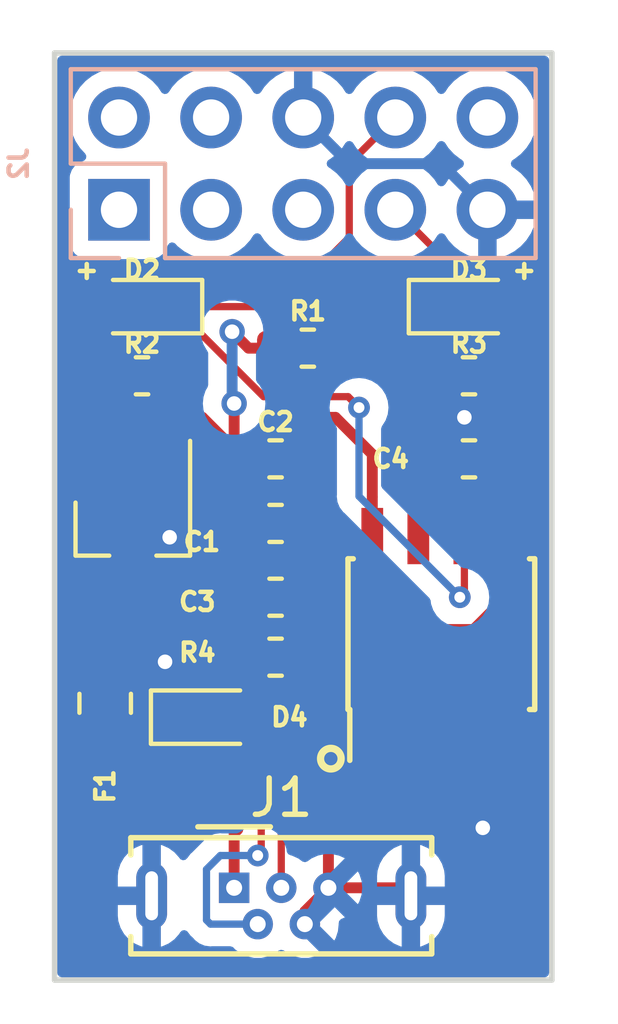
<source format=kicad_pcb>
(kicad_pcb (version 20221018) (generator pcbnew)
  (layers (0 "F.Cu" signal) (31 "B.Cu" signal) (34 "B.Paste" user) (35 "F.Paste" user) (36 "B.SilkS" user "B.Silkscreen") (37 "F.SilkS" user "F.Silkscreen") (38 "B.Mask" user) (39 "F.Mask" user) (44 "Edge.Cuts" user))
  (net 0 "")
  (net 1 "VBUS")
  (net 2 "Net-(F1-Pad2)")
  (net 3 "+3V3")
  (net 4 "Net-(D3-Pad1)")
  (net 5 "Net-(D2-Pad2)")
  (net 6 "Net-(D3-Pad2)")
  (net 7 "Net-(D4-Pad2)")
  (net 8 "GND")
  (net 9 "/D+")
  (net 10 "/D-")
  (net 11 "Net-(U1-Pad4)")
  (net 12 "Net-(D2-Pad1)")
  (net 13 "Net-(J2-Pad1)")
  (net 14 "Net-(J2-Pad2)")
  (net 15 "Net-(J2-Pad3)")
  (net 16 "Net-(J2-Pad4)")
  (net 17 "Net-(J2-Pad5)")
  (net 18 "Net-(J2-Pad10)")
  (footprint "Capacitor_SMD:C_0603_1608Metric_Pad1.05x0.95mm_HandSolder" (layer "F.Cu") (at 126.619 54.356 180)
    (fp_text reference "C3" (at 2.159 -0.127 180) (layer "F.SilkS") (effects (font (size 0.5 0.5) (thickness 0.125))))
    (fp_text value "0.1uF")
    (fp_line (start -0.171267 -0.51) (end 0.171267 -0.51) (stroke (width 0.12)) (layer "F.SilkS"))
    (fp_line (start -0.171267 0.51) (end 0.171267 0.51) (stroke (width 0.12)) (layer "F.SilkS"))
    (pad "1" smd roundrect (at -0.875 0 180) (size 1.05 0.95) (layers "F.Cu" "F.Paste" "F.Mask") (net 3 "+3V3"))
    (pad "2" smd roundrect (at 0.875 0 180) (size 1.05 0.95) (layers "F.Cu" "F.Paste" "F.Mask") (net 8 "GND"))
  )
  (footprint "Connector_USB:USB_Micro-B_Wuerth_614105150721_Vertical" (layer "F.Cu") (at 125.476 62.357)
    (fp_text reference "J1" (at 1.3 -2.48) (layer "F.SilkS"))
    (fp_text value "USB_B_Micro")
    (fp_line (start -2.85 -1.38) (end 5.45 -1.38) (stroke (width 0.15)) (layer "F.SilkS"))
    (fp_line (start -2.85 -0.905) (end -2.85 -1.38) (stroke (width 0.15)) (layer "F.SilkS"))
    (fp_line (start -2.85 1.345) (end -2.85 1.82) (stroke (width 0.15)) (layer "F.SilkS"))
    (fp_line (start -2.85 1.82) (end 5.45 1.82) (stroke (width 0.15)) (layer "F.SilkS"))
    (fp_line (start -1 -1.68) (end 1 -1.68) (stroke (width 0.15)) (layer "F.SilkS"))
    (fp_line (start 5.45 -1.38) (end 5.45 -0.905) (stroke (width 0.15)) (layer "F.SilkS"))
    (fp_line (start 5.45 1.82) (end 5.45 1.345) (stroke (width 0.15)) (layer "F.SilkS"))
    (pad "1" thru_hole rect (at 0 0) (size 0.84 0.84) (drill 0.44) (layers "*.Cu" "*.Mask") (net 2 "Net-(F1-Pad2)"))
    (pad "2" thru_hole circle (at 0.65 1) (size 0.84 0.84) (drill 0.44) (layers "*.Cu" "*.Mask") (net 10 "/D-"))
    (pad "3" thru_hole circle (at 1.3 0) (size 0.84 0.84) (drill 0.44) (layers "*.Cu" "*.Mask") (net 9 "/D+"))
    (pad "4" thru_hole circle (at 1.95 1) (size 0.84 0.84) (drill 0.44) (layers "*.Cu" "*.Mask") (net 8 "GND"))
    (pad "5" thru_hole circle (at 2.6 0) (size 0.84 0.84) (drill 0.44) (layers "*.Cu" "*.Mask") (net 8 "GND"))
    (pad "6" thru_hole oval (at -2.275 0.22) (size 0.85 1.85) (drill oval 0.35 1.35) (layers "*.Cu" "*.Mask") (net 8 "GND"))
    (pad "6" thru_hole oval (at 4.875 0.22) (size 0.85 1.85) (drill oval 0.35 1.35) (layers "*.Cu" "*.Mask") (net 8 "GND"))
  )
  (footprint "Resistor_SMD:R_0805_2012Metric_Pad1.15x1.40mm_HandSolder" (layer "F.Cu") (at 121.92 57.277 -90)
    (fp_text reference "F1" (at 2.286 0 270) (layer "F.SilkS") (effects (font (size 0.5 0.5) (thickness 0.125))))
    (fp_text value "1R, 5W")
    (fp_line (start -0.261252 -0.71) (end 0.261252 -0.71) (stroke (width 0.12)) (layer "F.SilkS"))
    (fp_line (start -0.261252 0.71) (end 0.261252 0.71) (stroke (width 0.12)) (layer "F.SilkS"))
    (pad "1" smd roundrect (at -1.025 0 270) (size 1.15 1.4) (layers "F.Cu" "F.Paste" "F.Mask") (roundrect_rratio 0.217391) (net 1 "VBUS"))
    (pad "2" smd roundrect (at 1.025 0 270) (size 1.15 1.4) (layers "F.Cu" "F.Paste" "F.Mask") (roundrect_rratio 0.217391) (net 2 "Net-(F1-Pad2)"))
  )
  (footprint "Resistor_SMD:R_0603_1608Metric_Pad1.05x0.95mm_HandSolder" (layer "F.Cu") (at 127.508 47.498)
    (fp_text reference "R1" (at 0 -1.016) (layer "F.SilkS") (effects (font (size 0.5 0.5) (thickness 0.125))))
    (fp_text value "10kR")
    (fp_line (start -0.171267 -0.51) (end 0.171267 -0.51) (stroke (width 0.12)) (layer "F.SilkS"))
    (fp_line (start -0.171267 0.51) (end 0.171267 0.51) (stroke (width 0.12)) (layer "F.SilkS"))
    (pad "1" smd roundrect (at -0.875 0) (size 1.05 0.95) (layers "F.Cu" "F.Paste" "F.Mask") (net 3 "+3V3"))
    (pad "2" smd roundrect (at 0.875 0) (size 1.05 0.95) (layers "F.Cu" "F.Paste" "F.Mask") (net 4 "Net-(D3-Pad1)"))
  )
  (footprint "Resistor_SMD:R_0603_1608Metric_Pad1.05x0.95mm_HandSolder" (layer "F.Cu") (at 122.936 48.26)
    (fp_text reference "R2" (at 0 -0.889) (layer "F.SilkS") (effects (font (size 0.5 0.5) (thickness 0.125))))
    (fp_text value "1.5kR")
    (fp_line (start -0.171267 -0.51) (end 0.171267 -0.51) (stroke (width 0.12)) (layer "F.SilkS"))
    (fp_line (start -0.171267 0.51) (end 0.171267 0.51) (stroke (width 0.12)) (layer "F.SilkS"))
    (pad "1" smd roundrect (at -0.875 0) (size 1.05 0.95) (layers "F.Cu" "F.Paste" "F.Mask") (net 3 "+3V3"))
    (pad "2" smd roundrect (at 0.875 0) (size 1.05 0.95) (layers "F.Cu" "F.Paste" "F.Mask") (net 5 "Net-(D2-Pad2)"))
  )
  (footprint "Resistor_SMD:R_0603_1608Metric_Pad1.05x0.95mm_HandSolder" (layer "F.Cu") (at 131.953 48.26 180)
    (fp_text reference "R3" (at 0 0.889 180) (layer "F.SilkS") (effects (font (size 0.5 0.5) (thickness 0.125))))
    (fp_text value "1.5kR")
    (fp_line (start -0.171267 -0.51) (end 0.171267 -0.51) (stroke (width 0.12)) (layer "F.SilkS"))
    (fp_line (start -0.171267 0.51) (end 0.171267 0.51) (stroke (width 0.12)) (layer "F.SilkS"))
    (pad "1" smd roundrect (at -0.875 0 180) (size 1.05 0.95) (layers "F.Cu" "F.Paste" "F.Mask") (net 3 "+3V3"))
    (pad "2" smd roundrect (at 0.875 0 180) (size 1.05 0.95) (layers "F.Cu" "F.Paste" "F.Mask") (net 6 "Net-(D3-Pad2)"))
  )
  (footprint "Resistor_SMD:R_0603_1608Metric_Pad1.05x0.95mm_HandSolder" (layer "F.Cu") (at 126.619 56.007)
    (fp_text reference "R4" (at -2.159 -0.127) (layer "F.SilkS") (effects (font (size 0.5 0.5) (thickness 0.125))))
    (fp_text value "1.5kR")
    (fp_line (start -0.171267 -0.51) (end 0.171267 -0.51) (stroke (width 0.12)) (layer "F.SilkS"))
    (fp_line (start -0.171267 0.51) (end 0.171267 0.51) (stroke (width 0.12)) (layer "F.SilkS"))
    (pad "1" smd roundrect (at -0.875 0) (size 1.05 0.95) (layers "F.Cu" "F.Paste" "F.Mask") (net 7 "Net-(D4-Pad2)"))
    (pad "2" smd roundrect (at 0.875 0) (size 1.05 0.95) (layers "F.Cu" "F.Paste" "F.Mask") (net 3 "+3V3"))
  )
  (footprint "LED_SMD:LED_0603_1608Metric_Pad1.05x0.95mm_HandSolder" (layer "F.Cu") (at 122.936 46.355 180)
    (fp_text reference "D2" (at 0 1.016 180) (layer "F.SilkS") (effects (font (size 0.5 0.5) (thickness 0.125))))
    (fp_text value "Yellow")
    (fp_line (start -1.66 -0.735) (end -1.66 0.735) (stroke (width 0.12)) (layer "F.SilkS"))
    (fp_line (start -1.66 0.735) (end 0.8 0.735) (stroke (width 0.12)) (layer "F.SilkS"))
    (fp_line (start 0.8 -0.735) (end -1.66 -0.735) (stroke (width 0.12)) (layer "F.SilkS"))
    (pad "1" smd roundrect (at -0.875 0 180) (size 1.05 0.95) (layers "F.Cu" "F.Paste" "F.Mask") (net 12 "Net-(D2-Pad1)"))
    (pad "2" smd roundrect (at 0.875 0 180) (size 1.05 0.95) (layers "F.Cu" "F.Paste" "F.Mask") (net 5 "Net-(D2-Pad2)"))
  )
  (footprint "LED_SMD:LED_0603_1608Metric_Pad1.05x0.95mm_HandSolder" (layer "F.Cu") (at 131.953 46.355)
    (fp_text reference "D3" (at 0 -1.016) (layer "F.SilkS") (effects (font (size 0.5 0.5) (thickness 0.125))))
    (fp_text value "Yellow")
    (fp_line (start -1.66 -0.735) (end -1.66 0.735) (stroke (width 0.12)) (layer "F.SilkS"))
    (fp_line (start -1.66 0.735) (end 0.8 0.735) (stroke (width 0.12)) (layer "F.SilkS"))
    (fp_line (start 0.8 -0.735) (end -1.66 -0.735) (stroke (width 0.12)) (layer "F.SilkS"))
    (pad "1" smd roundrect (at -0.875 0) (size 1.05 0.95) (layers "F.Cu" "F.Paste" "F.Mask") (net 4 "Net-(D3-Pad1)"))
    (pad "2" smd roundrect (at 0.875 0) (size 1.05 0.95) (layers "F.Cu" "F.Paste" "F.Mask") (net 6 "Net-(D3-Pad2)"))
  )
  (footprint "LED_SMD:LED_0603_1608Metric_Pad1.05x0.95mm_HandSolder" (layer "F.Cu") (at 124.841 57.658)
    (fp_text reference "D4" (at 2.159 0) (layer "F.SilkS") (effects (font (size 0.5 0.5) (thickness 0.125))))
    (fp_text value "Red")
    (fp_line (start -1.66 -0.735) (end -1.66 0.735) (stroke (width 0.12)) (layer "F.SilkS"))
    (fp_line (start -1.66 0.735) (end 0.8 0.735) (stroke (width 0.12)) (layer "F.SilkS"))
    (fp_line (start 0.8 -0.735) (end -1.66 -0.735) (stroke (width 0.12)) (layer "F.SilkS"))
    (pad "1" smd roundrect (at -0.875 0) (size 1.05 0.95) (layers "F.Cu" "F.Paste" "F.Mask") (net 8 "GND"))
    (pad "2" smd roundrect (at 0.875 0) (size 1.05 0.95) (layers "F.Cu" "F.Paste" "F.Mask") (net 7 "Net-(D4-Pad2)"))
  )
  (footprint "Capacitor_SMD:C_0603_1608Metric_Pad1.05x0.95mm_HandSolder" (layer "F.Cu") (at 126.619 50.546)
    (fp_text reference "C2" (at 0 -1.016) (layer "F.SilkS") (effects (font (size 0.5 0.5) (thickness 0.125))))
    (fp_text value "1uF")
    (fp_line (start -0.171267 -0.51) (end 0.171267 -0.51) (stroke (width 0.12)) (layer "F.SilkS"))
    (fp_line (start -0.171267 0.51) (end 0.171267 0.51) (stroke (width 0.12)) (layer "F.SilkS"))
    (pad "1" smd roundrect (at -0.875 0) (size 1.05 0.95) (layers "F.Cu" "F.Paste" "F.Mask") (net 3 "+3V3"))
    (pad "2" smd roundrect (at 0.875 0) (size 1.05 0.95) (layers "F.Cu" "F.Paste" "F.Mask") (net 8 "GND"))
  )
  (footprint "Capacitor_SMD:C_0603_1608Metric_Pad1.05x0.95mm_HandSolder" (layer "F.Cu") (at 131.953 50.546 180)
    (fp_text reference "C4" (at 2.159 0 180) (layer "F.SilkS") (effects (font (size 0.5 0.5) (thickness 0.125))))
    (fp_text value "0.1uF")
    (fp_line (start -0.171267 -0.51) (end 0.171267 -0.51) (stroke (width 0.12)) (layer "F.SilkS"))
    (fp_line (start -0.171267 0.51) (end 0.171267 0.51) (stroke (width 0.12)) (layer "F.SilkS"))
    (pad "1" smd roundrect (at -0.875 0 180) (size 1.05 0.95) (layers "F.Cu" "F.Paste" "F.Mask") (net 3 "+3V3"))
    (pad "2" smd roundrect (at 0.875 0 180) (size 1.05 0.95) (layers "F.Cu" "F.Paste" "F.Mask") (net 8 "GND"))
  )
  (footprint "Package_TO_SOT_SMD:SOT-23_Handsoldering" (layer "F.Cu") (at 122.682 52.451 -90)
    (fp_text reference "U2" hide)
    (fp_text value "XC6206P33")
    (fp_line (start 0.76 -1.58) (end -2.4 -1.58) (stroke (width 0.12)) (layer "F.SilkS"))
    (fp_line (start 0.76 -1.58) (end 0.76 -0.65) (stroke (width 0.12)) (layer "F.SilkS"))
    (fp_line (start 0.76 1.58) (end -0.7 1.58) (stroke (width 0.12)) (layer "F.SilkS"))
    (fp_line (start 0.76 1.58) (end 0.76 0.65) (stroke (width 0.12)) (layer "F.SilkS"))
    (pad "1" smd rect (at -1.5 -0.95 270) (size 1.9 0.8) (layers "F.Cu" "F.Paste" "F.Mask") (net 8 "GND"))
    (pad "2" smd rect (at -1.5 0.95 270) (size 1.9 0.8) (layers "F.Cu" "F.Paste" "F.Mask") (net 3 "+3V3"))
    (pad "3" smd rect (at 1.5 0 270) (size 1.9 0.8) (layers "F.Cu" "F.Paste" "F.Mask") (net 1 "VBUS"))
  )
  (footprint "Package_SO:SOIC-8_3.9x4.9mm_P1.27mm" (layer "F.Cu") (at 131.191 55.372 90)
    (fp_text reference "U1" hide)
    (fp_text value "CH330N")
    (fp_line (start -2.075 -2.575) (end -2.075 -2.525) (stroke (width 0.15)) (layer "F.SilkS"))
    (fp_line (start -2.075 -2.575) (end 2.075 -2.575) (stroke (width 0.15)) (layer "F.SilkS"))
    (fp_line (start -2.075 -2.525) (end -3.475 -2.525) (stroke (width 0.15)) (layer "F.SilkS"))
    (fp_line (start -2.075 2.575) (end -2.075 2.43) (stroke (width 0.15)) (layer "F.SilkS"))
    (fp_line (start -2.075 2.575) (end 2.075 2.575) (stroke (width 0.15)) (layer "F.SilkS"))
    (fp_line (start 2.075 -2.575) (end 2.075 -2.43) (stroke (width 0.15)) (layer "F.SilkS"))
    (fp_line (start 2.075 2.575) (end 2.075 2.43) (stroke (width 0.15)) (layer "F.SilkS"))
    (pad "1" smd rect (at -2.7 -1.905 90) (size 1.55 0.6) (layers "F.Cu" "F.Paste" "F.Mask") (net 9 "/D+"))
    (pad "2" smd rect (at -2.7 -0.635 90) (size 1.55 0.6) (layers "F.Cu" "F.Paste" "F.Mask") (net 10 "/D-"))
    (pad "3" smd rect (at -2.7 0.635 90) (size 1.55 0.6) (layers "F.Cu" "F.Paste" "F.Mask") (net 8 "GND"))
    (pad "4" smd rect (at -2.7 1.905 90) (size 1.55 0.6) (layers "F.Cu" "F.Paste" "F.Mask") (net 11 "Net-(U1-Pad4)"))
    (pad "5" smd rect (at 2.7 1.905 90) (size 1.55 0.6) (layers "F.Cu" "F.Paste" "F.Mask") (net 3 "+3V3"))
    (pad "6" smd rect (at 2.7 0.635 90) (size 1.55 0.6) (layers "F.Cu" "F.Paste" "F.Mask") (net 12 "Net-(D2-Pad1)"))
    (pad "7" smd rect (at 2.7 -0.635 90) (size 1.55 0.6) (layers "F.Cu" "F.Paste" "F.Mask") (net 4 "Net-(D3-Pad1)"))
    (pad "8" smd rect (at 2.7 -1.905 90) (size 1.55 0.6) (layers "F.Cu" "F.Paste" "F.Mask") (net 3 "+3V3"))
  )
  (footprint "Capacitor_SMD:C_0603_1608Metric_Pad1.05x0.95mm_HandSolder" (layer "F.Cu") (at 126.619 52.324)
    (fp_text reference "C1" (at -2.032 0.508) (layer "F.SilkS") (effects (font (size 0.5 0.5) (thickness 0.125))))
    (fp_text value "1uF")
    (fp_line (start -0.171267 -0.51) (end 0.171267 -0.51) (stroke (width 0.12)) (layer "F.SilkS"))
    (fp_line (start -0.171267 0.51) (end 0.171267 0.51) (stroke (width 0.12)) (layer "F.SilkS"))
    (pad "1" smd roundrect (at -0.875 0) (size 1.05 0.95) (layers "F.Cu" "F.Paste" "F.Mask") (net 8 "GND"))
    (pad "2" smd roundrect (at 0.875 0) (size 1.05 0.95) (layers "F.Cu" "F.Paste" "F.Mask") (net 1 "VBUS"))
  )
  (footprint "Connector_PinSocket_2.54mm:PinSocket_2x05_P2.54mm_Vertical" (layer "B.Cu") (at 122.301 43.688 -90)
    (fp_text reference "J2" (at -1.27 2.77 270) (layer "B.SilkS") (effects (font (size 0.5 0.5) (thickness 0.125)) (justify mirror)))
    (fp_text value "Pine64_EXP")
    (fp_line (start -3.87 -11.49) (end 1.33 -11.49) (stroke (width 0.12)) (layer "B.SilkS"))
    (fp_line (start -3.87 1.33) (end -3.87 -11.49) (stroke (width 0.12)) (layer "B.SilkS"))
    (fp_line (start -3.87 1.33) (end -1.27 1.33) (stroke (width 0.12)) (layer "B.SilkS"))
    (fp_line (start -1.27 -1.27) (end 1.33 -1.27) (stroke (width 0.12)) (layer "B.SilkS"))
    (fp_line (start -1.27 1.33) (end -1.27 -1.27) (stroke (width 0.12)) (layer "B.SilkS"))
    (fp_line (start 0 1.33) (end 1.33 1.33) (stroke (width 0.12)) (layer "B.SilkS"))
    (fp_line (start 1.33 -1.27) (end 1.33 -11.49) (stroke (width 0.12)) (layer "B.SilkS"))
    (fp_line (start 1.33 1.33) (end 1.33 0) (stroke (width 0.12)) (layer "B.SilkS"))
    (pad "1" thru_hole rect (at 0 0 270) (size 1.7 1.7) (drill 1) (layers "*.Cu" "*.Mask") (net 13 "Net-(J2-Pad1)"))
    (pad "2" thru_hole oval (at -2.54 0 270) (size 1.7 1.7) (drill 1) (layers "*.Cu" "*.Mask") (net 14 "Net-(J2-Pad2)"))
    (pad "3" thru_hole oval (at 0 -2.54 270) (size 1.7 1.7) (drill 1) (layers "*.Cu" "*.Mask") (net 15 "Net-(J2-Pad3)"))
    (pad "4" thru_hole oval (at -2.54 -2.54 270) (size 1.7 1.7) (drill 1) (layers "*.Cu" "*.Mask") (net 16 "Net-(J2-Pad4)"))
    (pad "5" thru_hole oval (at 0 -5.08 270) (size 1.7 1.7) (drill 1) (layers "*.Cu" "*.Mask") (net 17 "Net-(J2-Pad5)"))
    (pad "6" thru_hole oval (at -2.54 -5.08 270) (size 1.7 1.7) (drill 1) (layers "*.Cu" "*.Mask") (net 8 "GND"))
    (pad "7" thru_hole oval (at 0 -7.62 270) (size 1.7 1.7) (drill 1) (layers "*.Cu" "*.Mask") (net 4 "Net-(D3-Pad1)"))
    (pad "8" thru_hole oval (at -2.54 -7.62 270) (size 1.7 1.7) (drill 1) (layers "*.Cu" "*.Mask") (net 12 "Net-(D2-Pad1)"))
    (pad "9" thru_hole oval (at 0 -10.16 270) (size 1.7 1.7) (drill 1) (layers "*.Cu" "*.Mask") (net 8 "GND"))
    (pad "10" thru_hole oval (at -2.54 -10.16 270) (size 1.7 1.7) (drill 1) (layers "*.Cu" "*.Mask") (net 18 "Net-(J2-Pad10)"))
  )
  (gr_circle (center 128.143 58.801) (end 128.27 59.055) (stroke (width 0.2)) (fill none) (layer "F.SilkS"))
  (gr_line (start 134.239 39.37) (end 134.239 64.897) (stroke (width 0.15)) (layer "Edge.Cuts"))
  (gr_line (start 134.239 64.897) (end 120.523 64.897) (stroke (width 0.15)) (layer "Edge.Cuts"))
  (gr_line (start 120.523 64.897) (end 120.523 39.37) (stroke (width 0.15)) (layer "Edge.Cuts"))
  (gr_line (start 120.523 39.37) (end 134.239 39.37) (stroke (width 0.15)) (layer "Edge.Cuts"))
  (gr_text "+" (at 121.412 45.339) (layer "F.SilkS") (effects (font (size 0.5 0.5) (thickness 0.125))))
  (gr_text "+" (at 133.477 45.339) (layer "F.SilkS") (effects (font (size 0.5 0.5) (thickness 0.125))))
  (segment (start 126.478 53.34) (end 126.994928 52.823072) (width 0.3) (layer "F.Cu") (net 1))
  (segment (start 123.382 53.951) (end 123.993 53.34) (width 0.3) (layer "F.Cu") (net 1))
  (segment (start 121.92 54.013) (end 121.982 53.951) (width 0.3) (layer "F.Cu") (net 1))
  (segment (start 122.682 53.951) (end 123.382 53.951) (width 0.3) (layer "F.Cu") (net 1))
  (segment (start 126.994928 52.823072) (end 127.494 52.324) (width 0.3) (layer "F.Cu") (net 1))
  (segment (start 121.92 56.252) (end 121.92 54.013) (width 0.3) (layer "F.Cu") (net 1))
  (segment (start 123.993 53.34) (end 126.478 53.34) (width 0.3) (layer "F.Cu") (net 1))
  (segment (start 121.982 53.951) (end 122.682 53.951) (width 0.3) (layer "F.Cu") (net 1))
  (segment (start 125.573 60.753) (end 125.573 60.278) (width 0.3) (layer "F.Cu") (net 2))
  (segment (start 125.476 60.85) (end 125.476 62.357) (width 0.3) (layer "F.Cu") (net 2))
  (segment (start 121.92 58.801) (end 121.92 58.302) (width 0.3) (layer "F.Cu") (net 2))
  (segment (start 125.573 60.278) (end 124.985 59.69) (width 0.3) (layer "F.Cu") (net 2))
  (segment (start 125.573 60.753) (end 125.476 60.85) (width 0.3) (layer "F.Cu") (net 2))
  (segment (start 122.809 59.69) (end 121.92 58.801) (width 0.3) (layer "F.Cu") (net 2))
  (segment (start 124.985 59.69) (end 122.809 59.69) (width 0.3) (layer "F.Cu") (net 2))
  (segment (start 122.061 49.372) (end 122.061 48.26) (width 0.3) (layer "F.Cu") (net 3))
  (segment (start 129.286 51.597) (end 129.286 52.672) (width 0.3) (layer "F.Cu") (net 3))
  (segment (start 133.096 52.672) (end 133.096 50.814) (width 0.3) (layer "F.Cu") (net 3))
  (segment (start 125.476 49.022) (end 125.476 50.278) (width 0.3) (layer "F.Cu") (net 3))
  (segment (start 133.096 54.229) (end 133.096 52.672) (width 0.3) (layer "F.Cu") (net 3))
  (segment (start 128.27 49.403) (end 129.286 50.419) (width 0.3) (layer "F.Cu") (net 3))
  (segment (start 129.286 54.229) (end 130.302 55.245) (width 0.3) (layer "F.Cu") (net 3))
  (segment (start 121.732 49.701) (end 122.03 49.403) (width 0.3) (layer "F.Cu") (net 3))
  (segment (start 127.494 54.356) (end 128.651 54.356) (width 0.3) (layer "F.Cu") (net 3))
  (segment (start 125.87324 47.498) (end 125.42062 47.04538) (width 0.3) (layer "F.Cu") (net 3))
  (segment (start 133.096 50.814) (end 132.828 50.546) (width 0.3) (layer "F.Cu") (net 3))
  (segment (start 130.302 55.245) (end 132.08 55.245) (width 0.3) (layer "F.Cu") (net 3))
  (segment (start 126.633 47.498) (end 125.87324 47.498) (width 0.3) (layer "F.Cu") (net 3))
  (segment (start 125.244928 50.046928) (end 125.744 50.546) (width 0.3) (layer "F.Cu") (net 3))
  (segment (start 129.286 50.419) (end 129.286 51.597) (width 0.3) (layer "F.Cu") (net 3))
  (segment (start 122.03 49.403) (end 122.061 49.372) (width 0.3) (layer "F.Cu") (net 3))
  (segment (start 126.887 49.403) (end 128.27 49.403) (width 0.3) (layer "F.Cu") (net 3))
  (segment (start 122.03 49.403) (end 124.601 49.403) (width 0.3) (layer "F.Cu") (net 3))
  (segment (start 124.601 49.403) (end 125.244928 50.046928) (width 0.3) (layer "F.Cu") (net 3))
  (segment (start 132.715 50.659) (end 132.828 50.546) (width 0.3) (layer "F.Cu") (net 3))
  (segment (start 125.744 50.546) (end 126.887 49.403) (width 0.3) (layer "F.Cu") (net 3))
  (segment (start 129.286 52.672) (end 129.286 53.721) (width 0.3) (layer "F.Cu") (net 3))
  (segment (start 128.651 54.356) (end 129.286 53.721) (width 0.3) (layer "F.Cu") (net 3))
  (segment (start 129.286 53.721) (end 129.286 54.229) (width 0.3) (layer "F.Cu") (net 3))
  (segment (start 127.494 54.356) (end 127.494 56.007) (width 0.3) (layer "F.Cu") (net 3))
  (segment (start 121.732 50.951) (end 121.732 49.701) (width 0.3) (layer "F.Cu") (net 3))
  (segment (start 132.08 55.245) (end 133.096 54.229) (width 0.3) (layer "F.Cu") (net 3))
  (segment (start 132.828 50.546) (end 132.828 48.26) (width 0.3) (layer "F.Cu") (net 3))
  (segment (start 125.476 50.278) (end 125.744 50.546) (width 0.3) (layer "F.Cu") (net 3))
  (via (at 125.42062 47.04538) (size 0.7) (drill 0.4) (layers "F.Cu" "B.Cu") (net 3))
  (via (at 125.476 49.022) (size 0.7) (drill 0.4) (layers "F.Cu" "B.Cu") (net 3))
  (segment (start 125.42062 48.96662) (end 125.476 49.022) (width 0.3) (layer "B.Cu") (net 3))
  (segment (start 125.42062 47.04538) (end 125.42062 48.96662) (width 0.3) (layer "B.Cu") (net 3))
  (segment (start 130.578928 46.854072) (end 131.078 46.355) (width 0.2) (layer "F.Cu") (net 4))
  (segment (start 130.556 52.672) (end 130.556 51.816) (width 0.2) (layer "F.Cu") (net 4))
  (segment (start 128.383 47.498) (end 129.935 47.498) (width 0.2) (layer "F.Cu") (net 4))
  (segment (start 129.935 47.498) (end 131.078 46.355) (width 0.2) (layer "F.Cu") (net 4))
  (segment (start 131.078 46.355) (end 131.078 44.845) (width 0.2) (layer "F.Cu") (net 4))
  (segment (start 131.078 44.845) (end 129.921 43.688) (width 0.2) (layer "F.Cu") (net 4))
  (segment (start 129.921 47.512) (end 130.578928 46.854072) (width 0.2) (layer "F.Cu") (net 4))
  (segment (start 130.556 51.816) (end 129.921 51.181) (width 0.2) (layer "F.Cu") (net 4))
  (segment (start 129.921 51.181) (end 129.921 47.512) (width 0.2) (layer "F.Cu") (net 4))
  (segment (start 123.811 48.26) (end 122.061 46.51) (width 0.2) (layer "F.Cu") (net 5))
  (segment (start 122.061 46.51) (end 122.061 46.355) (width 0.2) (layer "F.Cu") (net 5))
  (segment (start 131.078 48.26) (end 132.828 46.51) (width 0.2) (layer "F.Cu") (net 6))
  (segment (start 132.828 46.51) (end 132.828 46.355) (width 0.2) (layer "F.Cu") (net 6))
  (segment (start 125.716 57.658) (end 125.716 56.035) (width 0.2) (layer "F.Cu") (net 7))
  (segment (start 125.716 56.035) (end 125.744 56.007) (width 0.2) (layer "F.Cu") (net 7))
  (segment (start 125.744 52.324) (end 125.744 52.296) (width 0.3) (layer "F.Cu") (net 8))
  (segment (start 131.826 59.055) (end 131.826 58.072) (width 0.3) (layer "F.Cu") (net 8))
  (segment (start 123.966 57.658) (end 124.46 57.164) (width 0.3) (layer "F.Cu") (net 8))
  (segment (start 123.632 50.951) (end 124.371 50.951) (width 0.3) (layer "F.Cu") (net 8))
  (segment (start 125.222 54.356) (end 125.744 54.356) (width 0.3) (layer "F.Cu") (net 8))
  (segment (start 128.173 60.753) (end 128.076 60.85) (width 0.3) (layer "F.Cu") (net 8))
  (segment (start 124.46 57.164) (end 124.46 55.118) (width 0.3) (layer "F.Cu") (net 8))
  (segment (start 131.078 50.546) (end 131.078 50.151) (width 0.3) (layer "F.Cu") (net 8))
  (segment (start 124.371 50.951) (end 125.744 52.324) (width 0.3) (layer "F.Cu") (net 8))
  (segment (start 123.632 52.639) (end 123.698 52.705) (width 0.3) (layer "F.Cu") (net 8))
  (segment (start 131.078 50.151) (end 131.826 49.403) (width 0.3) (layer "F.Cu") (net 8))
  (segment (start 125.744 52.296) (end 127.494 50.546) (width 0.3) (layer "F.Cu") (net 8))
  (segment (start 127.426 63.007) (end 128.076 62.357) (width 0.3) (layer "F.Cu") (net 8))
  (segment (start 128.388 59.563) (end 131.318 59.563) (width 0.3) (layer "F.Cu") (net 8))
  (segment (start 123.632 50.951) (end 123.632 52.639) (width 0.3) (layer "F.Cu") (net 8))
  (segment (start 131.318 59.563) (end 131.826 59.055) (width 0.3) (layer "F.Cu") (net 8))
  (segment (start 127.426 63.357) (end 127.426 63.007) (width 0.3) (layer "F.Cu") (net 8))
  (segment (start 124.46 55.118) (end 125.222 54.356) (width 0.3) (layer "F.Cu") (net 8))
  (segment (start 131.826 60.198) (end 132.334 60.706) (width 0.3) (layer "F.Cu") (net 8))
  (segment (start 128.076 60.85) (end 128.076 62.357) (width 0.3) (layer "F.Cu") (net 8))
  (segment (start 131.826 58.072) (end 131.826 60.198) (width 0.3) (layer "F.Cu") (net 8))
  (segment (start 128.076 62.357) (end 130.131 62.357) (width 0.3) (layer "F.Cu") (net 8))
  (segment (start 124.46 55.118) (end 124.46 55.245) (width 0.3) (layer "F.Cu") (net 8))
  (segment (start 130.131 62.357) (end 130.351 62.577) (width 0.3) (layer "F.Cu") (net 8))
  (segment (start 124.46 55.245) (end 123.571 56.134) (width 0.3) (layer "F.Cu") (net 8))
  (segment (start 128.173 59.778) (end 128.388 59.563) (width 0.3) (layer "F.Cu") (net 8))
  (segment (start 128.173 60.753) (end 128.173 59.778) (width 0.3) (layer "F.Cu") (net 8))
  (via (at 132.334 60.706) (size 0.7) (drill 0.4) (layers "F.Cu" "B.Cu") (net 8))
  (via (at 123.698 52.705) (size 0.7) (drill 0.4) (layers "F.Cu" "B.Cu") (net 8))
  (via (at 123.571 56.134) (size 0.7) (drill 0.4) (layers "F.Cu" "B.Cu") (net 8))
  (via (at 131.826 49.403) (size 0.7) (drill 0.4) (layers "F.Cu" "B.Cu") (net 8))
  (segment (start 128.230999 41.997999) (end 127.381 41.148) (width 0.3) (layer "B.Cu") (net 8))
  (segment (start 131.191 42.418) (end 128.651 42.418) (width 0.3) (layer "B.Cu") (net 8))
  (segment (start 132.461 43.688) (end 131.191 42.418) (width 0.3) (layer "B.Cu") (net 8))
  (segment (start 128.651 42.418) (end 128.230999 41.997999) (width 0.3) (layer "B.Cu") (net 8))
  (segment (start 126.776 60.85) (end 126.776 62.357) (width 0.2) (layer "F.Cu") (net 9))
  (segment (start 129.286 58.072) (end 128.679 58.072) (width 0.2) (layer "F.Cu") (net 9))
  (segment (start 128.679 58.072) (end 126.873 59.878) (width 0.2) (layer "F.Cu") (net 9))
  (segment (start 126.873 60.753) (end 126.776 60.85) (width 0.2) (layer "F.Cu") (net 9))
  (segment (start 126.873 59.878) (end 126.873 60.753) (width 0.2) (layer "F.Cu") (net 9))
  (segment (start 130.556 57.023) (end 130.556 58.072) (width 0.2) (layer "F.Cu") (net 10))
  (segment (start 126.223 60.753) (end 126.223 59.197) (width 0.2) (layer "F.Cu") (net 10))
  (segment (start 128.778 56.642) (end 130.175 56.642) (width 0.2) (layer "F.Cu") (net 10))
  (segment (start 126.223 59.197) (end 128.778 56.642) (width 0.2) (layer "F.Cu") (net 10))
  (segment (start 130.175 56.642) (end 130.556 57.023) (width 0.2) (layer "F.Cu") (net 10))
  (segment (start 126.223 60.753) (end 126.223 61.371) (width 0.2) (layer "F.Cu") (net 10))
  (segment (start 126.223 61.371) (end 126.126 61.468) (width 0.2) (layer "F.Cu") (net 10))
  (via (at 126.126 61.468) (size 0.6) (drill 0.3) (layers "F.Cu" "B.Cu") (net 10))
  (segment (start 124.825 63.357) (end 126.126 63.357) (width 0.2) (layer "B.Cu") (net 10))
  (segment (start 124.714 61.849) (end 124.714 63.246) (width 0.2) (layer "B.Cu") (net 10))
  (segment (start 124.714 63.246) (end 124.825 63.357) (width 0.2) (layer "B.Cu") (net 10))
  (segment (start 125.095 61.468) (end 124.714 61.849) (width 0.2) (layer "B.Cu") (net 10))
  (segment (start 126.126 61.468) (end 125.095 61.468) (width 0.2) (layer "B.Cu") (net 10))
  (segment (start 128.651 42.418) (end 129.071001 41.997999) (width 0.2) (layer "F.Cu") (net 12))
  (segment (start 126.746 46.355) (end 128.651 44.45) (width 0.2) (layer "F.Cu") (net 12))
  (segment (start 124.310072 46.854072) (end 123.811 46.355) (width 0.2) (layer "F.Cu") (net 12))
  (segment (start 128.620121 48.833881) (end 126.289881 48.833881) (width 0.2) (layer "F.Cu") (net 12))
  (segment (start 129.071001 41.997999) (end 129.921 41.148) (width 0.2) (layer "F.Cu") (net 12))
  (segment (start 123.811 46.355) (end 126.746 46.355) (width 0.2) (layer "F.Cu") (net 12))
  (segment (start 131.826 52.672) (end 131.826 54.229) (width 0.2) (layer "F.Cu") (net 12))
  (segment (start 131.826 54.229) (end 131.699 54.356) (width 0.2) (layer "F.Cu") (net 12))
  (segment (start 128.651 44.45) (end 128.651 42.418) (width 0.2) (layer "F.Cu") (net 12))
  (segment (start 128.92012 49.13388) (end 128.620121 48.833881) (width 0.2) (layer "F.Cu") (net 12))
  (segment (start 126.289881 48.833881) (end 124.310072 46.854072) (width 0.2) (layer "F.Cu") (net 12))
  (via (at 128.92012 49.13388) (size 0.6) (drill 0.3) (layers "F.Cu" "B.Cu") (net 12))
  (via (at 131.699 54.356) (size 0.6) (drill 0.3) (layers "F.Cu" "B.Cu") (net 12))
  (segment (start 128.92012 51.57712) (end 128.92012 49.13388) (width 0.2) (layer "B.Cu") (net 12))
  (segment (start 131.699 54.356) (end 128.92012 51.57712) (width 0.2) (layer "B.Cu") (net 12))
  (zone (net 8) (net_name "GND") (layer "B.Cu") (connect_pads (clearance 0.508)) (min_thickness 0.254) (fill yes (thermal_gap 0.508) (thermal_bridge_width 0.508))
    (polygon (pts (xy 120.523 39.37) (xy 134.239 39.37) (xy 134.239 64.897) (xy 120.523 64.897)))
  )
)
</source>
